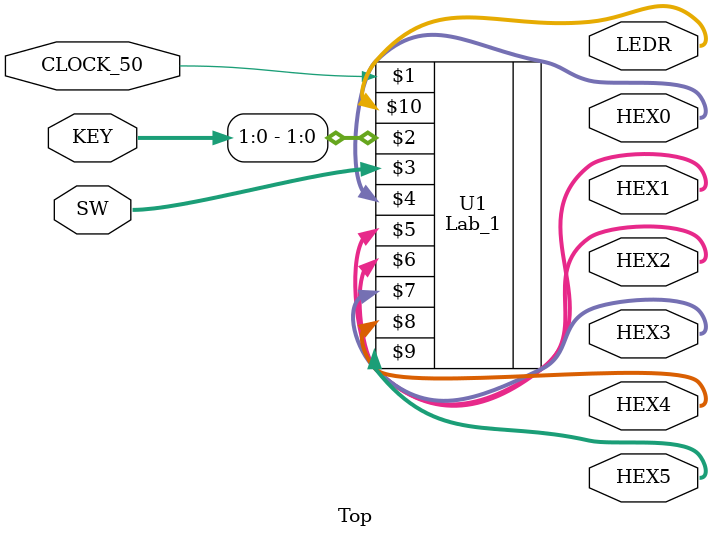
<source format=v>

`default_nettype none

module Top (CLOCK_50, KEY, SW, HEX0, HEX1, HEX2, HEX3, HEX4, HEX5, LEDR);
    input  wire         CLOCK_50;   // DE-series 50 MHz clock signal
    input  wire [ 3: 0] KEY;        // DE-series pushbuttons
    input  wire [ 9: 0] SW;         // DE-series switches
    output wire [ 6: 0] HEX0;       // DE-series HEX displays
    output wire [ 6: 0] HEX1;
    output wire [ 6: 0] HEX2;
    output wire [ 6: 0] HEX3;
    output wire [ 6: 0] HEX4;
    output wire [ 6: 0] HEX5;
    output wire [ 9: 0] LEDR;       // DE-series LEDs

    Lab_1 U1 (CLOCK_50, KEY[1:0], SW, HEX0, HEX1, HEX2, HEX3, HEX4, HEX5, LEDR);

endmodule

</source>
